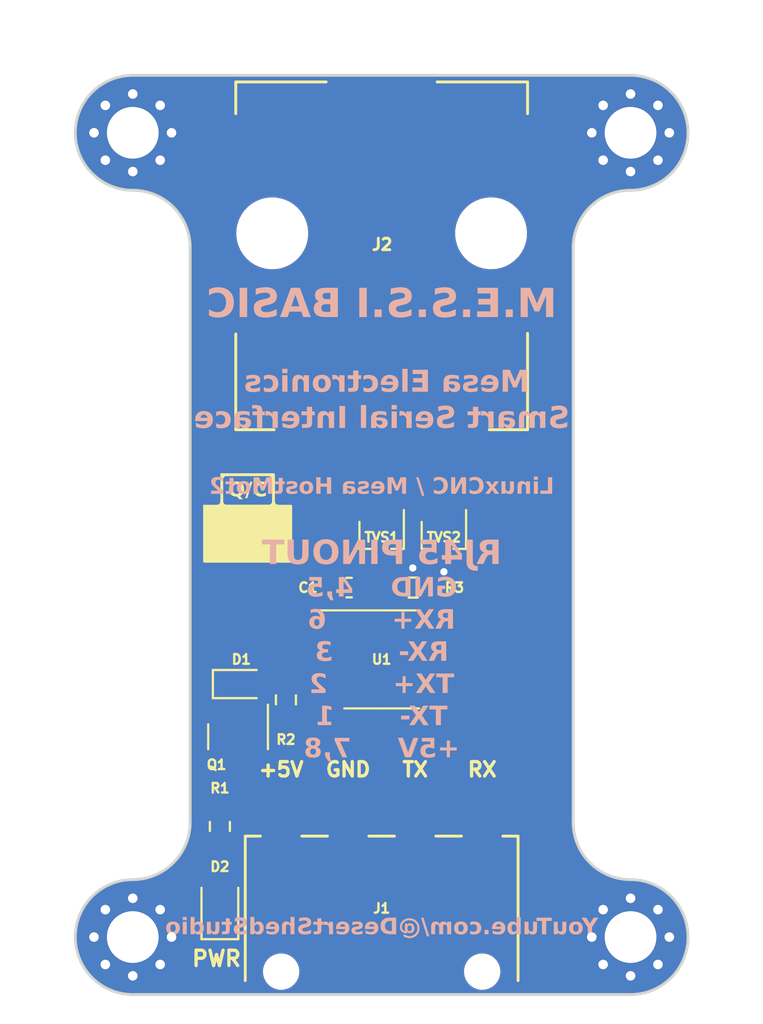
<source format=kicad_pcb>
(kicad_pcb (version 20221018) (generator pcbnew)
  (layers (0 "F.Cu" signal) (31 "B.Cu" signal) (34 "B.Paste" user) (35 "F.Paste" user) (36 "B.SilkS" user "B.Silkscreen") (37 "F.SilkS" user "F.Silkscreen") (38 "B.Mask" user) (39 "F.Mask" user) (44 "Edge.Cuts" user))
  (net 0 "")
  (net 1 "GND")
  (net 2 "+5V")
  (net 3 "/Power/GATE")
  (net 4 "/Power/PWR_LED")
  (net 5 "TX")
  (net 6 "RX")
  (net 7 "PWR_IN")
  (net 8 "Y")
  (net 9 "Z")
  (net 10 "A")
  (net 11 "B")
  (footprint "Capacitor_SMD:C_0603_1608Metric" (layer "F.Cu") (at 108.3 76.75 180)
    (fp_text reference "C1" (at 2.15 0) (layer "F.SilkS") (effects (font (size 0.5 0.5) (thickness 0.125) bold)))
    (fp_text value "0.1u")
    (fp_line (start -0.14058 -0.51) (end 0.14058 -0.51) (stroke (width 0.12)) (layer "F.SilkS"))
    (fp_line (start -0.14058 0.51) (end 0.14058 0.51) (stroke (width 0.12)) (layer "F.SilkS"))
    (pad "1" smd roundrect (at -0.775 0 180) (size 0.9 0.95) (layers "F.Cu" "F.Paste" "F.Mask") (net 1 "GND"))
    (pad "2" smd roundrect (at 0.775 0 180) (size 0.9 0.95) (layers "F.Cu" "F.Paste" "F.Mask") (net 2 "+5V"))
  )
  (footprint "MountingHole:MountingHole_2.7mm_M2.5_Pad_Via" (layer "F.Cu") (at 123 53 90)
    (fp_text reference "H1" hide)
    (fp_text value "MountingHole_Pad")
    (pad "1" thru_hole circle locked (at -2.025 0 90) (size 0.8 0.8) (drill 0.5) (layers "*.Cu" "*.Mask") (net 1 "GND"))
    (pad "1" thru_hole circle locked (at -1.431891 -1.431891 90) (size 0.8 0.8) (drill 0.5) (layers "*.Cu" "*.Mask") (net 1 "GND"))
    (pad "1" thru_hole circle locked (at -1.431891 1.431891 90) (size 0.8 0.8) (drill 0.5) (layers "*.Cu" "*.Mask") (net 1 "GND"))
    (pad "1" thru_hole circle locked (at 0 -2.025 90) (size 0.8 0.8) (drill 0.5) (layers "*.Cu" "*.Mask") (net 1 "GND"))
    (pad "1" thru_hole circle locked (at 0 0 90) (size 5.4 5.4) (drill 2.7) (layers "*.Cu" "*.Mask") (net 1 "GND"))
    (pad "1" thru_hole circle locked (at 0 2.025 90) (size 0.8 0.8) (drill 0.5) (layers "*.Cu" "*.Mask") (net 1 "GND"))
    (pad "1" thru_hole circle locked (at 1.431891 -1.431891 90) (size 0.8 0.8) (drill 0.5) (layers "*.Cu" "*.Mask") (net 1 "GND"))
    (pad "1" thru_hole circle locked (at 1.431891 1.431891 90) (size 0.8 0.8) (drill 0.5) (layers "*.Cu" "*.Mask") (net 1 "GND"))
    (pad "1" thru_hole circle locked (at 2.025 0 90) (size 0.8 0.8) (drill 0.5) (layers "*.Cu" "*.Mask") (net 1 "GND"))
  )
  (footprint "MountingHole:MountingHole_2.7mm_M2.5_Pad_Via" (layer "F.Cu") (at 97 53)
    (fp_text reference "H2" hide)
    (fp_text value "MountingHole_Pad")
    (pad "1" thru_hole circle locked (at -2.025 0) (size 0.8 0.8) (drill 0.5) (layers "*.Cu" "*.Mask") (net 1 "GND"))
    (pad "1" thru_hole circle locked (at -1.431891 -1.431891) (size 0.8 0.8) (drill 0.5) (layers "*.Cu" "*.Mask") (net 1 "GND"))
    (pad "1" thru_hole circle locked (at -1.431891 1.431891) (size 0.8 0.8) (drill 0.5) (layers "*.Cu" "*.Mask") (net 1 "GND"))
    (pad "1" thru_hole circle locked (at 0 -2.025) (size 0.8 0.8) (drill 0.5) (layers "*.Cu" "*.Mask") (net 1 "GND"))
    (pad "1" thru_hole circle locked (at 0 0) (size 5.4 5.4) (drill 2.7) (layers "*.Cu" "*.Mask") (net 1 "GND"))
    (pad "1" thru_hole circle locked (at 0 2.025) (size 0.8 0.8) (drill 0.5) (layers "*.Cu" "*.Mask") (net 1 "GND"))
    (pad "1" thru_hole circle locked (at 1.431891 -1.431891) (size 0.8 0.8) (drill 0.5) (layers "*.Cu" "*.Mask") (net 1 "GND"))
    (pad "1" thru_hole circle locked (at 1.431891 1.431891) (size 0.8 0.8) (drill 0.5) (layers "*.Cu" "*.Mask") (net 1 "GND"))
    (pad "1" thru_hole circle locked (at 2.025 0) (size 0.8 0.8) (drill 0.5) (layers "*.Cu" "*.Mask") (net 1 "GND"))
  )
  (footprint "Resistor_SMD:R_0603_1608Metric" (layer "F.Cu") (at 111.65 76.75 180)
    (fp_text reference "R3" (at -2.15 0) (layer "F.SilkS") (effects (font (size 0.5 0.5) (thickness 0.125) bold)))
    (fp_text value "120")
    (fp_line (start -0.237258 -0.5225) (end 0.237258 -0.5225) (stroke (width 0.12)) (layer "F.SilkS"))
    (fp_line (start -0.237258 0.5225) (end 0.237258 0.5225) (stroke (width 0.12)) (layer "F.SilkS"))
    (pad "1" smd roundrect (at -0.825 0 180) (size 0.8 0.95) (layers "F.Cu" "F.Paste" "F.Mask") (net 10 "A"))
    (pad "2" smd roundrect (at 0.825 0 180) (size 0.8 0.95) (layers "F.Cu" "F.Paste" "F.Mask") (net 11 "B"))
  )
  (footprint "MountingHole:MountingHole_2.7mm_M2.5_Pad_Via" (layer "F.Cu") (at 97 95)
    (fp_text reference "H3" hide)
    (fp_text value "MountingHole_Pad")
    (pad "1" thru_hole circle locked (at -2.025 0) (size 0.8 0.8) (drill 0.5) (layers "*.Cu" "*.Mask") (net 1 "GND"))
    (pad "1" thru_hole circle locked (at -1.431891 -1.431891) (size 0.8 0.8) (drill 0.5) (layers "*.Cu" "*.Mask") (net 1 "GND"))
    (pad "1" thru_hole circle locked (at -1.431891 1.431891) (size 0.8 0.8) (drill 0.5) (layers "*.Cu" "*.Mask") (net 1 "GND"))
    (pad "1" thru_hole circle locked (at 0 -2.025) (size 0.8 0.8) (drill 0.5) (layers "*.Cu" "*.Mask") (net 1 "GND"))
    (pad "1" thru_hole circle locked (at 0 0) (size 5.4 5.4) (drill 2.7) (layers "*.Cu" "*.Mask") (net 1 "GND"))
    (pad "1" thru_hole circle locked (at 0 2.025) (size 0.8 0.8) (drill 0.5) (layers "*.Cu" "*.Mask") (net 1 "GND"))
    (pad "1" thru_hole circle locked (at 1.431891 -1.431891) (size 0.8 0.8) (drill 0.5) (layers "*.Cu" "*.Mask") (net 1 "GND"))
    (pad "1" thru_hole circle locked (at 1.431891 1.431891) (size 0.8 0.8) (drill 0.5) (layers "*.Cu" "*.Mask") (net 1 "GND"))
    (pad "1" thru_hole circle locked (at 2.025 0) (size 0.8 0.8) (drill 0.5) (layers "*.Cu" "*.Mask") (net 1 "GND"))
  )
  (footprint "Custom_Footprints:QC Footprint" (layer "F.Cu") (at 103 71.375)
    (fp_text reference "REF**" hide)
    (fp_text value "QC Footprint" hide)
    (fp_text user "Q/C" (at 0 0.3 unlocked) (layer "F.SilkS") (effects (font (size 0.75 0.75) (thickness 0.15) bold)))
    (fp_rect (start -2.25 1.125) (end 2.25 4) (stroke (width 0.15)) (fill solid) (layer "F.SilkS"))
    (fp_rect (start -1.35 -0.52) (end 1.35 1.125) (stroke (width 0.15)) (fill none) (layer "F.SilkS"))
    (fp_arc (start -1.35 -0.27) (mid -1.276777 -0.446777) (end -1.1 -0.52) (stroke (width 0.15)) (layer "F.SilkS"))
    (fp_arc (start -1.35 0.875) (mid -1.423223 1.051777) (end -1.6 1.125) (stroke (width 0.15)) (layer "F.SilkS"))
    (fp_arc (start -1.1 1.125) (mid -1.276777 1.051777) (end -1.35 0.875) (stroke (width 0.15)) (layer "F.SilkS"))
    (fp_arc (start 1.1 -0.52) (mid 1.276777 -0.446777) (end 1.35 -0.27) (stroke (width 0.15)) (layer "F.SilkS"))
    (fp_arc (start 1.35 0.875) (mid 1.276777 1.051777) (end 1.1 1.125) (stroke (width 0.15)) (layer "F.SilkS"))
    (fp_arc (start 1.6 1.125) (mid 1.423223 1.051777) (end 1.35 0.875) (stroke (width 0.15)) (layer "F.SilkS"))
  )
  (footprint "Package_TO_SOT_SMD:SOT-323_SC-70" (layer "F.Cu") (at 113.25 74 -90)
    (fp_text reference "TVS2" (at 0.125 0 unlocked) (layer "F.SilkS") (effects (font (size 0.5 0.5) (thickness 0.125))))
    (fp_text value "TPD2E007DCKR" hide)
    (fp_line (start -0.68 1.16) (end 0.73 1.16) (stroke (width 0.12)) (layer "F.SilkS"))
    (fp_line (start 0.73 -1.16) (end -1.3 -1.16) (stroke (width 0.12)) (layer "F.SilkS"))
    (fp_line (start 0.73 -1.16) (end 0.73 -0.5) (stroke (width 0.12)) (layer "F.SilkS"))
    (fp_line (start 0.73 0.5) (end 0.73 1.16) (stroke (width 0.12)) (layer "F.SilkS"))
    (pad "1" smd rect (at -1 -0.65 180) (size 0.45 0.7) (layers "F.Cu" "F.Paste" "F.Mask") (net 8 "Y"))
    (pad "2" smd rect (at -1 0.65 180) (size 0.45 0.7) (layers "F.Cu" "F.Paste" "F.Mask") (net 9 "Z"))
    (pad "3" smd rect (at 1 0 180) (size 0.45 0.7) (layers "F.Cu" "F.Paste" "F.Mask") (net 1 "GND"))
  )
  (footprint "Diode_SMD:D_0603_1608Metric" (layer "F.Cu") (at 102.67 81.7875)
    (fp_text reference "D1" (at 0 -1.2875) (layer "F.SilkS") (effects (font (size 0.5 0.5) (thickness 0.125) bold)))
    (fp_text value "3V3")
    (fp_line (start -1.485 -0.735) (end -1.485 0.735) (stroke (width 0.12)) (layer "F.SilkS"))
    (fp_line (start -1.485 0.735) (end 0.8 0.735) (stroke (width 0.12)) (layer "F.SilkS"))
    (fp_line (start 0.8 -0.735) (end -1.485 -0.735) (stroke (width 0.12)) (layer "F.SilkS"))
    (pad "1" smd roundrect (at -0.7875 0) (size 0.875 0.95) (layers "F.Cu" "F.Paste" "F.Mask") (net 2 "+5V"))
    (pad "2" smd roundrect (at 0.7875 0) (size 0.875 0.95) (layers "F.Cu" "F.Paste" "F.Mask") (net 3 "/Power/GATE"))
  )
  (footprint "MountingHole:MountingHole_2.7mm_M2.5_Pad_Via" (layer "F.Cu") (at 123 95)
    (fp_text reference "H4" hide)
    (fp_text value "MountingHole_Pad")
    (pad "1" thru_hole circle locked (at -2.025 0) (size 0.8 0.8) (drill 0.5) (layers "*.Cu" "*.Mask") (net 1 "GND"))
    (pad "1" thru_hole circle locked (at -1.431891 -1.431891) (size 0.8 0.8) (drill 0.5) (layers "*.Cu" "*.Mask") (net 1 "GND"))
    (pad "1" thru_hole circle locked (at -1.431891 1.431891) (size 0.8 0.8) (drill 0.5) (layers "*.Cu" "*.Mask") (net 1 "GND"))
    (pad "1" thru_hole circle locked (at 0 -2.025) (size 0.8 0.8) (drill 0.5) (layers "*.Cu" "*.Mask") (net 1 "GND"))
    (pad "1" thru_hole circle locked (at 0 0) (size 5.4 5.4) (drill 2.7) (layers "*.Cu" "*.Mask") (net 1 "GND"))
    (pad "1" thru_hole circle locked (at 0 2.025) (size 0.8 0.8) (drill 0.5) (layers "*.Cu" "*.Mask") (net 1 "GND"))
    (pad "1" thru_hole circle locked (at 1.431891 -1.431891) (size 0.8 0.8) (drill 0.5) (layers "*.Cu" "*.Mask") (net 1 "GND"))
    (pad "1" thru_hole circle locked (at 1.431891 1.431891) (size 0.8 0.8) (drill 0.5) (layers "*.Cu" "*.Mask") (net 1 "GND"))
    (pad "1" thru_hole circle locked (at 2.025 0) (size 0.8 0.8) (drill 0.5) (layers "*.Cu" "*.Mask") (net 1 "GND"))
  )
  (footprint "Package_TO_SOT_SMD:SOT-323_SC-70" (layer "F.Cu") (at 110 74 -90)
    (fp_text reference "TVS1" (at 0.125 0 unlocked) (layer "F.SilkS") (effects (font (size 0.5 0.5) (thickness 0.125))))
    (fp_text value "TPD2E007DCKR" hide)
    (fp_line (start -0.68 1.16) (end 0.73 1.16) (stroke (width 0.12)) (layer "F.SilkS"))
    (fp_line (start 0.73 -1.16) (end -1.3 -1.16) (stroke (width 0.12)) (layer "F.SilkS"))
    (fp_line (start 0.73 -1.16) (end 0.73 -0.5) (stroke (width 0.12)) (layer "F.SilkS"))
    (fp_line (start 0.73 0.5) (end 0.73 1.16) (stroke (width 0.12)) (layer "F.SilkS"))
    (pad "1" smd rect (at -1 -0.65 180) (size 0.45 0.7) (layers "F.Cu" "F.Paste" "F.Mask") (net 10 "A"))
    (pad "2" smd rect (at -1 0.65 180) (size 0.45 0.7) (layers "F.Cu" "F.Paste" "F.Mask") (net 11 "B"))
    (pad "3" smd rect (at 1 0 180) (size 0.45 0.7) (layers "F.Cu" "F.Paste" "F.Mask") (net 1 "GND"))
  )
  (footprint "LED_SMD:LED_0805_2012Metric" (layer "F.Cu") (at 101.55 93.425 90)
    (fp_text reference "D2" (at 2.1 0 unlocked) (layer "F.SilkS") (effects (font (size 0.5 0.5) (thickness 0.125))))
    (fp_text value "BLU led" hide)
    (fp_line (start -1.685 -0.96) (end -1.685 0.96) (stroke (width 0.12)) (layer "F.SilkS"))
    (fp_line (start -1.685 0.96) (end 1 0.96) (stroke (width 0.12)) (layer "F.SilkS"))
    (fp_line (start 1 -0.96) (end -1.685 -0.96) (stroke (width 0.12)) (layer "F.SilkS"))
    (pad "1" smd roundrect (at -0.9375 0 90) (size 0.975 1.4) (layers "F.Cu" "F.Paste" "F.Mask") (net 1 "GND"))
    (pad "2" smd roundrect (at 0.9375 0 90) (size 0.975 1.4) (layers "F.Cu" "F.Paste" "F.Mask") (net 4 "/Power/PWR_LED"))
  )
  (footprint "Custom_Footprints:TE_23823942-4" (layer "F.Cu") (at 110 93.5)
    (fp_text reference "J1" (at 0 0 unlocked) (layer "F.SilkS") (effects (font (size 0.5 0.5) (thickness 0.125))))
    (fp_text value "2383942-4" hide)
    (fp_line (start -7.1247 -3.7719) (end -7.1247 3.7719) (stroke (width 0.1524)) (layer "F.SilkS"))
    (fp_line (start -6.33204 -3.7719) (end -7.1247 -3.7719) (stroke (width 0.1524)) (layer "F.SilkS"))
    (fp_line (start -2.832039 -3.7719) (end -4.16796 -3.7719) (stroke (width 0.1524)) (layer "F.SilkS"))
    (fp_line (start 0.667962 -3.7719) (end -0.667959 -3.7719) (stroke (width 0.1524)) (layer "F.SilkS"))
    (fp_line (start 4.167962 -3.7719) (end 2.832042 -3.7719) (stroke (width 0.1524)) (layer "F.SilkS"))
    (fp_line (start 7.1247 -3.7719) (end 6.332042 -3.7719) (stroke (width 0.1524)) (layer "F.SilkS"))
    (fp_line (start 7.1247 3.7719) (end 7.1247 -3.7719) (stroke (width 0.1524)) (layer "F.SilkS"))
    (pad "" np_thru_hole circle (at -5.25 3.304621) (size 1.397 1.397) (drill 1.397) (layers "*.Cu" "*.Mask"))
    (pad "" np_thru_hole circle (at 5.25 3.304621) (size 1.397 1.397) (drill 1.397) (layers "*.Cu" "*.Mask"))
    (pad "1" smd rect (at -5.25 -4.94538) (size 1.4986 3.0988) (layers "F.Cu" "F.Paste" "F.Mask") (net 7 "PWR_IN"))
    (pad "2" smd rect (at -1.749999 -4.94538) (size 1.4986 3.0988) (layers "F.Cu" "F.Paste" "F.Mask") (net 1 "GND"))
    (pad "3" smd rect (at 1.750002 -4.94538) (size 1.4986 3.0988) (layers "F.Cu" "F.Paste" "F.Mask") (net 5 "TX"))
    (pad "4" smd rect (at 5.250002 -4.94538) (size 1.4986 3.0988) (layers "F.Cu" "F.Paste" "F.Mask") (net 6 "RX"))
  )
  (footprint "Resistor_SMD:R_0603_1608Metric" (layer "F.Cu") (at 101.55 89.225 -90)
    (fp_text reference "R1" (at -2 0) (layer "F.SilkS") (effects (font (size 0.5 0.5) (thickness 0.125) bold)))
    (fp_text value "1K")
    (fp_line (start -0.237258 -0.5225) (end 0.237258 -0.5225) (stroke (width 0.12)) (layer "F.SilkS"))
    (fp_line (start -0.237258 0.5225) (end 0.237258 0.5225) (stroke (width 0.12)) (layer "F.SilkS"))
    (pad "1" smd roundrect (at -0.825 0 270) (size 0.8 0.95) (layers "F.Cu" "F.Paste" "F.Mask") (net 2 "+5V"))
    (pad "2" smd roundrect (at 0.825 0 270) (size 0.8 0.95) (layers "F.Cu" "F.Paste" "F.Mask") (net 4 "/Power/PWR_LED"))
  )
  (footprint "Package_TO_SOT_SMD:SOT-23" (layer "F.Cu") (at 102.5 84.5375 -90)
    (fp_text reference "Q1" (at 1.4625 1.125 unlocked) (layer "F.SilkS") (effects (font (size 0.5 0.5) (thickness 0.125))))
    (fp_text value "PJA3407_R1_00001" hide)
    (fp_line (start 0 -1.56) (end -1.675 -1.56) (stroke (width 0.12)) (layer "F.SilkS"))
    (fp_line (start 0 -1.56) (end 0.65 -1.56) (stroke (width 0.12)) (layer "F.SilkS"))
    (fp_line (start 0 1.56) (end -0.65 1.56) (stroke (width 0.12)) (layer "F.SilkS"))
    (fp_line (start 0 1.56) (end 0.65 1.56) (stroke (width 0.12)) (layer "F.SilkS"))
    (pad "1" smd roundrect (at -0.9375 -0.95 270) (size 1.475 0.6) (layers "F.Cu" "F.Paste" "F.Mask") (net 3 "/Power/GATE"))
    (pad "2" smd roundrect (at -0.9375 0.95 270) (size 1.475 0.6) (layers "F.Cu" "F.Paste" "F.Mask") (net 2 "+5V"))
    (pad "3" smd roundrect (at 0.9375 0 270) (size 1.475 0.6) (layers "F.Cu" "F.Paste" "F.Mask") (net 7 "PWR_IN"))
  )
  (footprint "Resistor_SMD:R_0603_1608Metric" (layer "F.Cu") (at 105 82.6125 -90)
    (fp_text reference "R2" (at 2.075 0) (layer "F.SilkS") (effects (font (size 0.5 0.5) (thickness 0.125) bold)))
    (fp_text value "100K")
    (fp_line (start -0.237258 -0.5225) (end 0.237258 -0.5225) (stroke (width 0.12)) (layer "F.SilkS"))
    (fp_line (start -0.237258 0.5225) (end 0.237258 0.5225) (stroke (width 0.12)) (layer "F.SilkS"))
    (pad "1" smd roundrect (at -0.825 0 270) (size 0.8 0.95) (layers "F.Cu" "F.Paste" "F.Mask") (net 3 "/Power/GATE"))
    (pad "2" smd roundrect (at 0.825 0 270) (size 0.8 0.95) (layers "F.Cu" "F.Paste" "F.Mask") (net 1 "GND"))
  )
  (footprint "Custom_Footprints:Molex_0955406888" (layer "F.Cu") (at 110 58.25 180)
    (fp_text reference "J2" (at -0.0254 -0.5842 unlocked) (layer "F.SilkS") (effects (font (size 0.6 0.6))))
    (fp_text value "Molex 0955406888")
    (fp_line (start -7.62 -10.255) (end -7.62 -5.225) (stroke (width 0.1524)) (layer "F.SilkS"))
    (fp_line (start -7.62 -10.255) (end -5.62 -10.255) (stroke (width 0.1524)) (layer "F.SilkS"))
    (fp_line (start -7.62 7.905) (end -7.62 6.25) (stroke (width 0.1524)) (layer "F.SilkS"))
    (fp_line (start -7.62 7.905) (end -2.9 7.905) (stroke (width 0.1524)) (layer "F.SilkS"))
    (fp_line (start 7.62 -10.255) (end 5.62 -10.255) (stroke (width 0.1524)) (layer "F.SilkS"))
    (fp_line (start 7.62 -10.255) (end 7.62 -5.255) (stroke (width 0.1524)) (layer "F.SilkS"))
    (fp_line (start 7.62 7.905) (end 2.9 7.905) (stroke (width 0.1524)) (layer "F.SilkS"))
    (fp_line (start 7.62 7.905) (end 7.62 6.25) (stroke (width 0.1524)) (layer "F.SilkS"))
    (pad "" np_thru_hole circle (at -5.715 0 180) (size 3.25 3.25) (drill 3.25) (layers "F&B.Cu" "*.Mask"))
    (pad "" np_thru_hole circle (at 5.715 0 180) (size 3.25 3.25) (drill 3.25) (layers "F&B.Cu" "*.Mask"))
    (pad "1" smd roundrect (at -4.445 -10.225 180) (size 0.76 6.35) (layers "F.Cu" "F.Paste" "F.Mask") (net 8 "Y"))
    (pad "2" smd roundrect (at -3.175 -10.225 180) (size 0.76 6.35) (layers "F.Cu" "F.Paste" "F.Mask") (net 9 "Z"))
    (pad "3" smd roundrect (at -1.905 -10.225 180) (size 0.76 6.35) (layers "F.Cu" "F.Paste" "F.Mask") (net 10 "A"))
    (pad "4" smd roundrect (at -0.635 -10.225 180) (size 0.76 6.35) (layers "F.Cu" "F.Paste" "F.Mask") (net 1 "GND"))
    (pad "5" smd roundrect (at 0.635 -10.225 180) (size 0.76 6.35) (layers "F.Cu" "F.Paste" "F.Mask") (net 1 "GND"))
    (pad "6" smd roundrect (at 1.905 -10.225 180) (size 0.76 6.35) (layers "F.Cu" "F.Paste" "F.Mask") (net 11 "B"))
    (pad "7" smd roundrect (at 3.175 -10.225 180) (size 0.76 6.35) (layers "F.Cu" "F.Paste" "F.Mask") (net 2 "+5V"))
    (pad "8" smd roundrect (at 4.445 -10.225 180) (size 0.76 6.35) (layers "F.Cu" "F.Paste" "F.Mask") (net 2 "+5V"))
    (pad "SH" smd roundrect (at -8.465 3.05 180) (size 2.54 2.94) (layers "F.Cu" "F.Paste" "F.Mask") (net 1 "GND"))
    (pad "SH" smd roundrect (at 8.465 3.05 180) (size 2.54 2.94) (layers "F.Cu" "F.Paste" "F.Mask") (net 1 "GND"))
  )
  (footprint "Package_SO:SOIC-8_3.9x4.9mm_P1.27mm" (layer "F.Cu") (at 110 80.5)
    (fp_text reference "U1" (at 0 0 unlocked) (layer "F.SilkS") (effects (font (size 0.5 0.5) (thickness 0.125))))
    (fp_text value "SN65LBC179ADR" hide)
    (fp_line (start 0 -2.56) (end -3.45 -2.56) (stroke (width 0.12)) (layer "F.SilkS"))
    (fp_line (start 0 -2.56) (end 1.95 -2.56) (stroke (width 0.12)) (layer "F.SilkS"))
    (fp_line (start 0 2.56) (end -1.95 2.56) (stroke (width 0.12)) (layer "F.SilkS"))
    (fp_line (start 0 2.56) (end 1.95 2.56) (stroke (width 0.12)) (layer "F.SilkS"))
    (pad "1" smd roundrect (at -2.475 -1.905) (size 1.95 0.6) (layers "F.Cu" "F.Paste" "F.Mask") (net 2 "+5V"))
    (pad "2" smd roundrect (at -2.475 -0.635) (size 1.95 0.6) (layers "F.Cu" "F.Paste" "F.Mask") (net 6 "RX"))
    (pad "3" smd roundrect (at -2.475 0.635) (size 1.95 0.6) (layers "F.Cu" "F.Paste" "F.Mask") (net 5 "TX"))
    (pad "4" smd roundrect (at -2.475 1.905) (size 1.95 0.6) (layers "F.Cu" "F.Paste" "F.Mask") (net 1 "GND"))
    (pad "5" smd roundrect (at 2.475 1.905) (size 1.95 0.6) (layers "F.Cu" "F.Paste" "F.Mask") (net 8 "Y"))
    (pad "6" smd roundrect (at 2.475 0.635) (size 1.95 0.6) (layers "F.Cu" "F.Paste" "F.Mask") (net 9 "Z"))
    (pad "7" smd roundrect (at 2.475 -0.635) (size 1.95 0.6) (layers "F.Cu" "F.Paste" "F.Mask") (net 11 "B"))
    (pad "8" smd roundrect (at 2.475 -1.905) (size 1.95 0.6) (layers "F.Cu" "F.Paste" "F.Mask") (net 10 "A"))
  )
  (gr_arc locked (start 100 89) (mid 99.121321 91.121321) (end 97 92) (stroke (width 0.15)) (layer "Edge.Cuts"))
  (gr_line locked (start 97 98) (end 123 98) (stroke (width 0.15)) (layer "Edge.Cuts"))
  (gr_line locked (start 120 59) (end 120 89) (stroke (width 0.15)) (layer "Edge.Cuts"))
  (gr_line locked (start 100 59) (end 100 89) (stroke (width 0.15)) (layer "Edge.Cuts"))
  (gr_arc locked (start 123 50) (mid 126 53) (end 123 56) (stroke (width 0.15)) (layer "Edge.Cuts"))
  (gr_arc locked (start 123 92) (mid 126 95) (end 123 98) (stroke (width 0.15)) (layer "Edge.Cuts"))
  (gr_arc locked (start 123 92) (mid 120.878679 91.121321) (end 120 89) (stroke (width 0.15)) (layer "Edge.Cuts"))
  (gr_line locked (start 97 50) (end 123 50) (stroke (width 0.15)) (layer "Edge.Cuts"))
  (gr_arc locked (start 97 56) (mid 99.121321 56.878679) (end 100 59) (stroke (width 0.15)) (layer "Edge.Cuts"))
  (gr_arc locked (start 97 98) (mid 94 95) (end 97 92) (stroke (width 0.15)) (layer "Edge.Cuts"))
  (gr_arc locked (start 120 59) (mid 120.878679 56.878679) (end 123 56) (stroke (width 0.15)) (layer "Edge.Cuts"))
  (gr_arc locked (start 97 56) (mid 94 53) (end 97 50) (stroke (width 0.15)) (layer "Edge.Cuts"))
  (gr_text "YouTube.com/@DesertShedStudio" (at 110 94.5) (layer "B.SilkS") (effects (font (size 0.85 0.85) (thickness 0.19) bold) (justify mirror)))
  (gr_text "Mesa Electronics \nSmart Serial Interface" (at 110 67) (layer "B.SilkS") (effects (font (size 1.125 1.125) (thickness 0.2) bold) (justify mirror)))
  (gr_text "M.E.S.S.I BASIC" (at 110 62) (layer "B.SilkS") (effects (font (size 1.5 1.5) (thickness 0.2) bold) (justify mirror)))
  (gr_text "RJ45 PINOUT" (at 110 75) (layer "B.SilkS") (effects (font (size 1.25 1.25) (thickness 0.175) bold) (justify mirror)))
  (gr_text "GND    4,5\nRX+       6\nRX-       3\nTX+       2\nTX-       1\n+5V     7,8" (at 110 81) (layer "B.SilkS") (effects (font (size 1 1) (thickness 0.195) bold) (justify mirror)))
  (gr_text "LinuxCNC / Mesa HostMot2" (at 110 71.5) (layer "B.SilkS") (effects (font (size 0.85 0.85) (thickness 0.175) bold) (justify mirror)))
  (gr_text "TX" (at 111.750002 86.25) (layer "F.SilkS") (effects (font (size 0.75 0.75) (thickness 0.175) bold)))
  (gr_text "GND" (at 108.250001 86.25) (layer "F.SilkS") (effects (font (size 0.75 0.75) (thickness 0.175) bold)))
  (gr_text "RX" (at 115.250002 86.25) (layer "F.SilkS") (effects (font (size 0.75 0.75) (thickness 0.175) bold)))
  (gr_text "PWR" (at 101.375 96.125) (layer "F.SilkS") (effects (font (size 0.8 0.8) (thickness 0.175) bold)))
  (gr_text "+5V" (at 104.75 86.25) (layer "F.SilkS") (effects (font (size 0.75 0.75) (thickness 0.175) bold)))
  (via (at 111.625 75.725) (size 0.762) (drill 0.381) (layers "F.Cu" "B.Cu") (net 1))
  (via (at 113.25 75.925) (size 0.762) (drill 0.381) (layers "F.Cu" "B.Cu") (net 1))
  (segment (start 107.525 76.75) (end 107.525 78.075) (width 0.25) (layer "F.Cu") (net 2))
  (segment (start 101.55 79.015) (end 101.55 83.6) (width 0.6) (layer "F.Cu") (net 2))
  (segment (start 105.925 78.595) (end 107.525 78.595) (width 0.6) (layer "F.Cu") (net 2))
  (segment (start 101.97 78.595) (end 101.55 79.015) (width 0.6) (layer "F.Cu") (net 2))
  (segment (start 107.525 78.075) (end 107.525 78.595) (width 0.25) (layer "F.Cu") (net 2))
  (segment (start 101.97 78.595) (end 105.925 78.595) (width 0.6) (layer "F.Cu") (net 2))
  (segment (start 107.525 78.075) (end 108.05 78.6) (width 0.25) (layer "F.Cu") (net 2))
  (segment (start 101.55 88.4) (end 101.55 83.6) (width 0.25) (layer "F.Cu") (net 2))
  (segment (start 102.5 68.475) (end 101.55 69.425) (width 0.6) (layer "F.Cu") (net 2))
  (segment (start 101.55 78.175) (end 101.55 79.015) (width 0.6) (layer "F.Cu") (net 2))
  (segment (start 101.55 78.175) (end 101.97 78.595) (width 0.6) (layer "F.Cu") (net 2))
  (segment (start 107.525 78.075) (end 107.005 78.595) (width 0.25) (layer "F.Cu") (net 2))
  (segment (start 101.55 69.425) (end 101.55 78.175) (width 0.6) (layer "F.Cu") (net 2))
  (segment (start 106.825 68.475) (end 102.5 68.475) (width 0.6) (layer "F.Cu") (net 2))
  (segment (start 103.45 83.6) (end 103.45 81.795) (width 0.25) (layer "F.Cu") (net 3))
  (segment (start 103.4575 81.7875) (end 105 81.7875) (width 0.25) (layer "F.Cu") (net 3))
  (segment (start 101.55 92.4875) (end 101.55 90.05) (width 0.25) (layer "F.Cu") (net 4))
  (segment (start 107.525 81.135) (end 109.61 81.135) (width 0.25) (layer "F.Cu") (net 5))
  (segment (start 112.92038 88.55462) (end 113.225 88.25) (width 0.25) (layer "F.Cu") (net 5))
  (segment (start 110.075 83.65) (end 110.075 81.6) (width 0.25) (layer "F.Cu") (net 5))
  (segment (start 109.61 81.135) (end 110.075 81.6) (width 0.25) (layer "F.Cu") (net 5))
  (segment (start 113.225 86.8) (end 110.075 83.65) (width 0.25) (layer "F.Cu") (net 5))
  (segment (start 111.750002 88.55462) (end 112.92038 88.55462) (width 0.25) (layer "F.Cu") (net 5))
  (segment (start 113.225 88.25) (end 113.225 86.8) (width 0.25) (layer "F.Cu") (net 5))
  (segment (start 115.250002 88.55462) (end 114.07962 88.55462) (width 0.25) (layer "F.Cu") (net 6))
  (segment (start 108.99 79.865) (end 110.525 81.4) (width 0.25) (layer "F.Cu") (net 6))
  (segment (start 110.525 83.463604) (end 110.525 81.4) (width 0.25) (layer "F.Cu") (net 6))
  (segment (start 113.75 86.688604) (end 110.525 83.463604) (width 0.25) (layer "F.Cu") (net 6))
  (segment (start 114.07962 88.55462) (end 113.75 88.225) (width 0.25) (layer "F.Cu") (net 6))
  (segment (start 113.75 88.225) (end 113.75 86.688604) (width 0.25) (layer "F.Cu") (net 6))
  (segment (start 107.525 79.865) (end 108.99 79.865) (width 0.25) (layer "F.Cu") (net 6))
  (segment (start 104.15 85.475) (end 104.75 86.075) (width 0.6) (layer "F.Cu") (net 7))
  (segment (start 102.5 85.475) (end 104.15 85.475) (width 0.6) (layer "F.Cu") (net 7))
  (segment (start 104.75 86.075) (end 104.75 88.55462) (width 0.6) (layer "F.Cu") (net 7))
  (segment (start 114.575 74.425) (end 113.9 73.75) (width 0.25) (layer "F.Cu") (net 8))
  (segment (start 113.9 73.75) (end 113.9 73) (width 0.25) (layer "F.Cu") (net 8))
  (segment (start 113.9 73) (end 113.9 72.545) (width 0.25) (layer "F.Cu") (net 8))
  (segment (start 113.9 72.545) (end 114.445 72) (width 0.25) (layer "F.Cu") (net 8))
  (segment (start 114.445 72) (end 114.445 68.475) (width 0.25) (layer "F.Cu") (net 8))
  (segment (start 112.475 82.405) (end 114.145 82.405) (width 0.25) (layer "F.Cu") (net 8))
  (segment (start 114.575 81.975) (end 114.575 74.425) (width 0.25) (layer "F.Cu") (net 8))
  (segment (start 114.145 82.405) (end 114.575 81.975) (width 0.25) (layer "F.Cu") (net 8))
  (segment (start 112.6 72.525) (end 113.175 71.95) (width 0.25) (layer "F.Cu") (net 9))
  (segment (start 113.55 74.075) (end 112.975 74.075) (width 0.25) (layer "F.Cu") (net 9))
  (segment (start 113.175 71.95) (end 113.175 68.475) (width 0.25) (layer "F.Cu") (net 9))
  (segment (start 112.475 81.135) (end 113.79 81.135) (width 0.25) (layer "F.Cu") (net 9))
  (segment (start 114.1 74.625) (end 113.55 74.075) (width 0.25) (layer "F.Cu") (net 9))
  (segment (start 114.1 80.825) (end 114.1 74.625) (width 0.25) (layer "F.Cu") (net 9))
  (segment (start 112.6 73) (end 112.6 72.525) (width 0.25) (layer "F.Cu") (net 9))
  (segment (start 112.6 73.7) (end 112.6 73) (width 0.25) (layer "F.Cu") (net 9))
  (segment (start 113.79 81.135) (end 114.1 80.825) (width 0.25) (layer "F.Cu") (net 9))
  (segment (start 112.975 74.075) (end 112.6 73.7) (width 0.25) (layer "F.Cu") (net 9))
  (segment (start 112.475 78.595) (end 112.475 76.75) (width 0.25) (layer "F.Cu") (net 10))
  (segment (start 110.65 73) (end 110.65 73.6) (width 0.25) (layer "F.Cu") (net 10))
  (segment (start 110.65 72.475) (end 110.95 72.175) (width 0.25) (layer "F.Cu") (net 10))
  (segment (start 111.905 68.475) (end 111.905 71.92) (width 0.25) (layer "F.Cu") (net 10))
  (segment (start 110.65 73.6) (end 112.475 75.425) (width 0.25) (layer "F.Cu") (net 10))
  (segment (start 110.65 73) (end 110.65 72.475) (width 0.25) (layer "F.Cu") (net 10))
  (segment (start 111.905 71.92) (end 111.65 72.175) (width 0.25) (layer "F.Cu") (net 10))
  (segment (start 110.95 72.175) (end 111.65 72.175) (width 0.25) (layer "F.Cu") (net 10))
  (segment (start 112.475 75.425) (end 112.475 76.75) (width 0.25) (layer "F.Cu") (net 10))
  (segment (start 109.35 73) (end 109.35 72.425) (width 0.25) (layer "F.Cu") (net 11))
  (segment (start 109.35 73.675) (end 109.75 74.075) (width 0.25) (layer "F.Cu") (net 11))
  (segment (start 111.115 79.865) (end 110.825 79.575) (width 0.25) (layer "F.Cu") (net 11))
  (segment (start 109.75 74.075) (end 110.45 74.075) (width 0.25) (layer "F.Cu") (net 11))
  (segment (start 110.45 74.075) (end 110.825 74.45) (width 0.25) (layer "F.Cu") (net 11))
  (segment (start 108.095 68.475) (end 108.095 71.92) (width 0.25) (layer "F.Cu") (net 11))
  (segment (start 109.1 72.175) (end 108.35 72.175) (width 0.25) (layer "F.Cu") (net 11))
  (segment (start 108.095 71.92) (end 108.35 72.175) (width 0.25) (layer "F.Cu") (net 11))
  (segment (start 110.825 76.75) (end 110.825 79.575) (width 0.25) (layer "F.Cu") (net 11))
  (segment (start 109.35 73) (end 109.35 73.675) (width 0.25) (layer "F.Cu") (net 11))
  (segment (start 112.475 79.865) (end 111.115 79.865) (width 0.25) (layer "F.Cu") (net 11))
  (segment (start 109.35 72.425) (end 109.1 72.175) (width 0.25) (layer "F.Cu") (net 11))
  (segment (start 110.825 74.45) (end 110.825 76.75) (width 0.25) (layer "F.Cu") (net 11))
  (zone (net 1) (net_name "GND") (layers "F&B.Cu") (connect_pads yes (clearance 0.2)) (min_thickness 0.2) (fill yes (thermal_gap 0.2) (thermal_bridge_width 0.2))
    (polygon (pts (xy 93.625 49.425) (xy 126.325 49.45) (xy 126.325 98.55) (xy 93.375 98.55) (xy 93.625 49.475)))
  )
)
</source>
